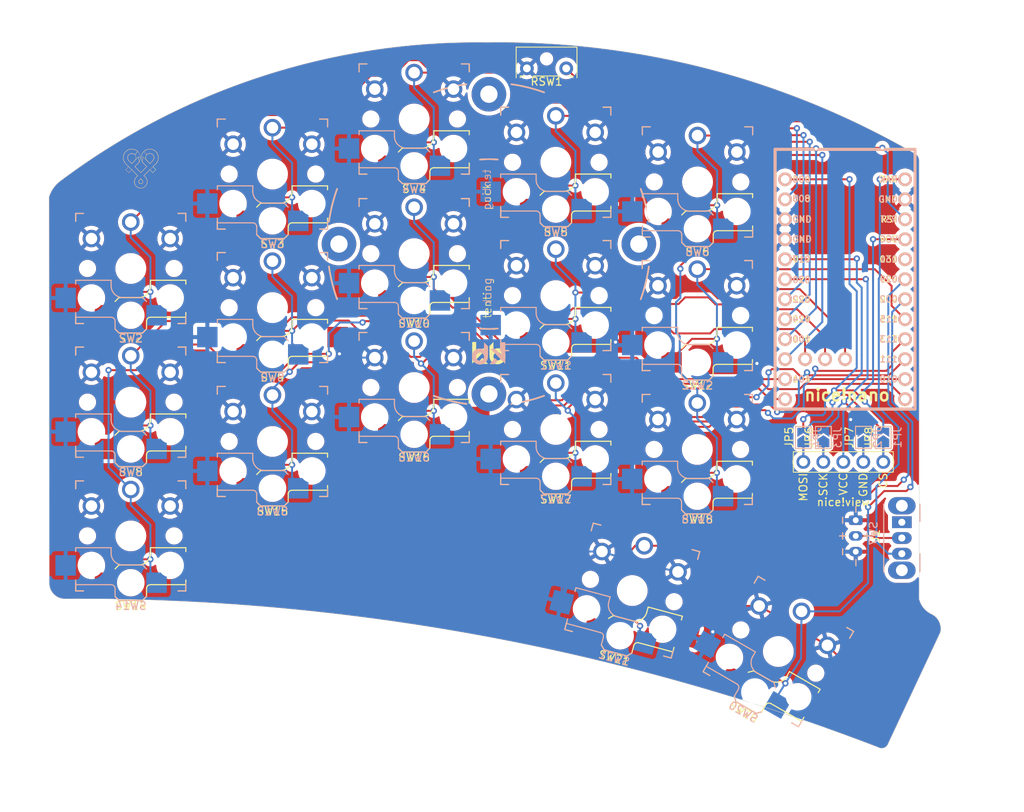
<source format=kicad_pcb>
(kicad_pcb (version 20221018) (generator pcbnew)
  (layers (0 "F.Cu" signal) (31 "B.Cu" signal) (34 "B.Paste" user) (35 "F.Paste" user) (36 "B.SilkS" user "B.Silkscreen") (37 "F.SilkS" user "F.Silkscreen") (38 "B.Mask" user) (39 "F.Mask" user) (44 "Edge.Cuts" user))
  (net 0 "")
  (net 1 "gnd")
  (net 2 "vcc")
  (net 3 "Net-(Display1-MOSI)")
  (net 4 "reset")
  (net 5 "Switch1")
  (net 6 "Switch2")
  (net 7 "Switch3")
  (net 8 "Switch4")
  (net 9 "Switch5")
  (net 10 "Switch6")
  (net 11 "Switch7")
  (net 12 "Switch8")
  (net 13 "Switch9")
  (net 14 "Switch10")
  (net 15 "Switch11")
  (net 16 "Switch12")
  (net 17 "Switch13")
  (net 18 "Switch14")
  (net 19 "Switch15")
  (net 20 "Switch16")
  (net 21 "Switch17")
  (net 22 "raw")
  (net 23 "mosi")
  (net 24 "sck")
  (net 25 "nv_cs")
  (net 26 "Net-(Display1-SCK)")
  (net 27 "Net-(Display1-GND)")
  (net 28 "Net-(Display1-CS)")
  (net 29 "Net-(J1-Pin_2)")
  (footprint "Keebio-Parts:SW_Tactile_SPST_Angled_MJTP1117-no-mount" (layer "F.Cu") (at 72.951865 15.867504)
    (fp_text reference "RSW1")
    (fp_text value "SW_Push")
  )
  (footprint "fingerpunch:Kailh_socket_PG1350_optional_reversible_millmax" (layer "F.Cu") (at 22.626865 41.305002 180)
    (fp_text reference "SW2")
    (fp_text value "SW_Push")
  )
  (footprint "fingerpunch:Kailh_socket_PG1350_optional_reversible_millmax" (layer "F.Cu") (at 40.626867 29.305002 180)
    (fp_text reference "SW3")
    (fp_text value "SW_Push")
  )
  (footprint "fingerpunch:Kailh_socket_PG1350_optional_reversible_millmax" (layer "F.Cu") (at 58.626864 22.305002 180)
    (fp_text reference "SW4")
    (fp_text value "SW_Push")
  )
  (footprint "fingerpunch:Kailh_socket_PG1350_optional_reversible_millmax" (layer "F.Cu") (at 76.626865 27.805003 180)
    (fp_text reference "SW5")
    (fp_text value "SW_Push")
  )
  (footprint "fingerpunch:Kailh_socket_PG1350_optional_reversible_millmax" (layer "F.Cu") (at 94.626863 30.305002 180)
    (fp_text reference "SW6")
    (fp_text value "SW_Push")
  )
  (footprint "fingerpunch:Kailh_socket_PG1350_optional_reversible_millmax" (layer "F.Cu") (at 22.626865 58.305002 180)
    (fp_text reference "SW8")
    (fp_text value "SW_Push")
  )
  (footprint "fingerpunch:Kailh_socket_PG1350_optional_reversible_millmax" (layer "F.Cu") (at 40.626867 46.279002 180)
    (fp_text reference "SW9")
    (fp_text value "SW_Push")
  )
  (footprint "fingerpunch:Kailh_socket_PG1350_optional_reversible_millmax" (layer "F.Cu") (at 58.626866 39.421002 180)
    (fp_text reference "SW10")
    (fp_text value "SW_Push")
  )
  (footprint "fingerpunch:Kailh_socket_PG1350_optional_reversible_millmax" (layer "F.Cu") (at 76.626867 44.755005 180)
    (fp_text reference "SW11")
    (fp_text value "SW_Push")
  )
  (footprint "fingerpunch:Kailh_socket_PG1350_optional_reversible_millmax" (layer "F.Cu") (at 94.606865 47.295002 180)
    (fp_text reference "SW12")
    (fp_text value "SW_Push")
  )
  (footprint "fingerpunch:Kailh_socket_PG1350_optional_reversible_millmax" (layer "F.Cu") (at 22.626865 75.304999 180)
    (fp_text reference "SW14")
    (fp_text value "SW_Push")
  )
  (footprint "fingerpunch:Kailh_socket_PG1350_optional_reversible_millmax" (layer "F.Cu") (at 40.626864 63.297001 180)
    (fp_text reference "SW15")
    (fp_text value "SW_Push")
  )
  (footprint "fingerpunch:Kailh_socket_PG1350_optional_reversible_millmax" (layer "F.Cu") (at 58.626863 56.439003 180)
    (fp_text reference "SW16")
    (fp_text value "SW_Push")
  )
  (footprint "fingerpunch:Kailh_socket_PG1350_optional_reversible_millmax" (layer "F.Cu") (at 76.626865 61.773005 180)
    (fp_text reference "SW17")
    (fp_text value "SW_Push")
  )
  (footprint "fingerpunch:Kailh_socket_PG1350_optional_reversible_millmax" (layer "F.Cu") (at 94.600519 64.313002 180)
    (fp_text reference "SW18")
    (fp_text value "SW_Push")
  )
  (footprint "fingerpunch:Kailh_socket_PG1350_optional_reversible_millmax" (layer "F.Cu") (at 104.896519 90.005002 150)
    (fp_text reference "SW20")
    (fp_text value "SW_Push")
  )
  (footprint "fingerpunch:Kailh_socket_PG1350_optional_reversible_millmax" (layer "F.Cu") (at 86.336519 82.255002 165)
    (fp_text reference "SW21")
    (fp_text value "SW_Push")
  )
  (footprint "kbd:Tenting_Puck2" (layer "F.Cu") (at 68.126866 38.205003)
    (fp_text reference "REF**")
    (fp_text value "Tenting Puck")
  )
  (footprint "fingerpunch:nice_nano" (layer "F.Cu") (at 113.376864 43.941752 -90)
    (fp_text reference "U1" hide)
    (fp_text value "nice_nano" hide)
  )
  (footprint "fingerpunch:fingerpunch-logo-small" (layer "F.Cu") (at 23.9 28.41)
    (fp_text reference "REF**")
    (fp_text value "fingerpunch-logo-small")
  )
  (footprint "Jumper:SolderJumper-2_P1.3mm_Open_TrianglePad1.0x1.5mm" (layer "F.Cu") (at 115.71 62.785 90)
    (fp_text reference "JP7")
    (fp_text value "Jumper_2_Open")
  )
  (footprint "Jumper:SolderJumper-2_P1.3mm_Open_TrianglePad1.0x1.5mm" (layer "F.Cu") (at 110.62 62.79 90)
    (fp_text reference "JP6")
    (fp_text value "Jumper_2_Open")
  )
  (footprint "fingerpunch:JST_PH_S3B-PH-K-keyboard" (layer "F.Cu") (at 114.733066 73.312291 -90)
    (fp_text reference "J1")
    (fp_text value "JST-BATTERY")
  )
  (footprint "Jumper:SolderJumper-2_P1.3mm_Open_TrianglePad1.0x1.5mm" (layer "F.Cu") (at 108.07 62.79 90)
    (fp_text reference "JP5")
    (fp_text value "Jumper_2_Open")
  )
  (footprint "Jumper:SolderJumper-2_P1.3mm_Open_TrianglePad1.0x1.5mm" (layer "F.Cu") (at 118.23 62.79 90)
    (fp_text reference "JP8")
    (fp_text value "Jumper_2_Open")
  )
  (footprint "fingerpunch:nice_view" (layer "F.Cu") (at 113.153066 49.422292)
    (fp_text reference "Display1")
    (fp_text value "nice!view")
  )
  (footprint "Jumper:SolderJumper-2_P1.3mm_Open_TrianglePad1.0x1.5mm" (layer "B.Cu") (at 115.71 62.79 90)
    (fp_text reference "JP2")
    (fp_text value "Jumper_2_Open")
  )
  (footprint "fingerpunch:SW_CuK_OS102011MA1QN1_SPDT_Angled" (layer "B.Cu") (at 120.59 73.57 -90)
    (fp_text reference "SW7")
    (fp_text value "SW_DPDT")
  )
  (footprint "Jumper:SolderJumper-2_P1.3mm_Open_TrianglePad1.0x1.5mm" (layer "B.Cu") (at 118.23 62.79 90)
    (fp_text reference "JP1")
    (fp_text value "Jumper_2_Open")
  )
  (footprint "Jumper:SolderJumper-2_P1.3mm_Open_TrianglePad1.0x1.5mm" (layer "B.Cu") (at 108.07 62.79 90)
    (fp_text reference "JP4")
    (fp_text value "Jumper_2_Open")
  )
  (footprint "Jumper:SolderJumper-2_P1.3mm_Open_TrianglePad1.0x1.5mm" (layer "B.Cu") (at 110.62 62.79 90)
    (fp_text reference "JP3")
    (fp_text value "Jumper_2_Open")
  )
  (footprint "fingerpunch:fingerpunch-logo-small" (layer "B.Cu") (at 23.9 28.41 180)
    (fp_text reference "REF**")
    (fp_text value "fingerpunch-logo-small")
  )
  (gr_line (start 12.236918 32.201707) (end 12.277117 81.470026) (stroke (width 0.05)) (layer "Edge.Cuts"))
  (gr_arc (start 122.426865 26.805003) (mid 122.69678 27.166844) (end 122.788866 27.608776) (stroke (width 0.05)) (layer "Edge.Cuts"))
  (gr_arc (start 12.236918 32.201707) (mid 12.793791 31.083887) (end 13.66386 30.188003) (stroke (width 0.05)) (layer "Edge.Cuts"))
  (gr_arc (start 67.926867 12.562511) (mid 96.148266 15.966621) (end 122.426865 26.805003) (stroke (width 0.05)) (layer "Edge.Cuts"))
  (gr_arc (start 14.314865 83.306125) (mid 66.82892 87.930658) (end 117.582657 102.184444) (stroke (width 0.05)) (layer "Edge.Cuts"))
  (gr_arc (start 14.314865 83.306125) (mid 12.927435 82.797108) (end 12.277117 81.470026) (stroke (width 0.05)) (layer "Edge.Cuts"))
  (gr_line (start 122.788866 27.608776) (end 122.788865 83.305002) (stroke (width 0.05)) (layer "Edge.Cuts"))
  (gr_arc (start 13.66386 30.188003) (mid 39.328422 16.859032) (end 67.926867 12.562511) (stroke (width 0.05)) (layer "Edge.Cuts"))
  (gr_arc (start 118.789484 101.850237) (mid 118.256353 102.271132) (end 117.582657 102.184444) (stroke (width 0.05)) (layer "Edge.Cuts"))
  (gr_line (start 125.47988 87.577163) (end 118.789484 101.850237) (stroke (width 0.05)) (layer "Edge.Cuts"))
  (gr_arc (start 124.32988 85.227164) (mid 123.343266 84.439338) (end 122.788865 83.305002) (stroke (width 0.05)) (layer "Edge.Cuts"))
  (gr_arc (start 124.32988 85.227164) (mid 125.328418 86.1949) (end 125.47988 87.577163) (stroke (width 0.05)) (layer "Edge.Cuts"))
  (segment (start 114.09 60.51) (end 112.175 60.51) (width 0.25) (layer "F.Cu") (net 1))
  (segment (start 112.55 93.43) (end 110.187879 97.390097) (width 0.25) (layer "F.Cu") (net 1))
  (segment (start 111.126646 89.214105) (end 112.55 90.637459) (width 0.25) (layer "F.Cu") (net 1))
  (segment (start 112.175 60.51) (end 110.62 62.065) (width 0.25) (layer "F.Cu") (net 1))
  (segment (start 99.848587 84.214105) (end 96.56919 87.493502) (width 0.25) (layer "F.Cu") (net 1))
  (segment (start 102.881865 52.678135) (end 102.881865 51.045002) (width 0.25) (layer "F.Cu") (net 1))
  (segment (start 102.466392 84.214105) (end 99.848587 84.214105) (width 0.25) (layer "F.Cu") (net 1))
  (segment (start 84.21 50.67) (end 84.21 49.196872) (width 0.25) (layer "F.Cu") (net 1))
  (segment (start 96.56919 87.493502) (end 96.043741 88.018951) (width 0.25) (layer "F.Cu") (net 1))
  (segment (start 102.466392 84.214105) (end 108.6 87.75) (width 0.25) (layer "F.Cu") (net 1))
  (segment (start 49.14 52.16) (end 49.14 50.267135) (width 0.25) (layer "F.Cu") (net 1))
  (segment (start 112.55 90.637459) (end 112.55 93.43) (width 0.25) (layer "F.Cu") (net 1))
  (segment (start 108.6 87.75) (end 111.126646 89.214105) (width 0.25) (layer "F.Cu") (net 1))
  (segment (start 102.18 53.38) (end 102.881865 52.678135) (width 0.25) (layer "F.Cu") (net 1))
  (segment (start 84.21 49.196872) (end 84.901867 48.505005) (width 0.25) (layer "F.Cu") (net 1))
  (segment (start 49.14 50.267135) (end 48.901867 50.029002) (width 0.25) (layer "F.Cu") (net 1))
  (segment (start 96.043741 88.018951) (end 93.358984 88.018951) (width 0.25) (layer "F.Cu") (net 1))
  (via (at 96.56919 87.493502) (size 0.8) (drill 0.4) (layers "F.Cu" "B.Cu") (net 1))
  (via (at 49.14 52.16) (size 0.8) (drill 0.4) (layers "F.Cu" "B.Cu") (net 1))
  (via (at 114.09 60.51) (size 0.8) (drill 0.4) (layers "F.Cu" "B.Cu") (net 1))
  (via (at 102.18 53.38) (size 0.8) (drill 0.4) (layers "F.Cu" "B.Cu") (net 1))
  (via (at 84.21 50.67) (size 0.8) (drill 0.4) (layers "F.Cu" "B.Cu") (net 1))
  (segment (start 102.19 53.37) (end 102.18 53.38) (width 0.25) (layer "B.Cu") (net 1))
  (segment (start 86.35 78.56) (end 92.149661 79.878579) (width 0.25) (layer "B.Cu") (net 1))
  (segment (start 96.708361 89.983152) (end 96.157665 89.029322) (width 0.25) (layer "B.Cu") (net 1))
  (segment (start 102.19 46.078137) (end 102.19 51.94) (width 0.25) (layer "B.Cu") (net 1))
  (segment (start 96.549468 90.576145) (end 96.708361 89.983152) (width 0.25) (layer "B.Cu") (net 1))
  (segment (start 82.490402 77.290389) (end 80.419611 77.290389) (width 0.25) (layer "B.Cu") (net 1))
  (segment (start 115.645 62.065) (end 114.09 60.51) (width 0.25) (layer "B.Cu") (net 1))
  (segment (start 82.490402 77.290389) (end 86.35 78.56) (width 0.25) (layer "B.Cu") (net 1))
  (segment (start 49.619003 52.639003) (end 49.14 52.16) (width 0.25) (layer "B.Cu") (net 1))
  (segment (start 96.56919 84.298108) (end 96.56919 87.493502) (width 0.25) (layer "B.Cu") (net 1))
  (segment (start 80.419611 77.290389) (end 77.372911 80.337089) (width 0.25) (layer "B.Cu") (net 1))
  (segment (start 115.71 62.065) (end 115.645 62.065) (width 0.25) (layer "B.Cu") (net 1))
  (segment (start 84.585002 51.045002) (end 84.21 50.67) (width 0.25) (layer "B.Cu") (net 1))
  (segment (start 86.331865 51.045002) (end 84.585002 51.045002) (width 0.25) (layer "B.Cu") (net 1))
  (segment (start 96.157665 89.029322) (end 96.56919 87.493502) (width 0.25) (layer "B.Cu") (net 1))
  (segment (start 99.606865 43.495002) (end 102.19 46.078137) (width 0.25) (layer "B.Cu") (net 1))
  (segment (start 53.626863 52.639003) (end 49.619003 52.639003) (width 0.25) (layer "B.Cu") (net 1))
  (segment (start 92.149661 79.878579) (end 96.56919 84.298108) (width 0.25) (layer "B.Cu") (net 1))
  (segment (start 77.372911 80.337089) (end 77.372911 83.735496) (width 0.25) (layer "B.Cu") (net 1))
  (segment (start 102.19 51.94) (end 102.19 53.37) (width 0.25) (layer "B.Cu") (net 1))
  (segment (start 116.931752 37.591752) (end 120.996864 37.591752) (width 0.25) (layer "F.Cu") (net 2))
  (via (at 116.931752 37.591752) (size 0.8) (drill 0.4) (layers "F.Cu" "B.Cu") (net 2))
  (segment (start 113.153066 65.902292) (end 113.153066 59.476934) (width 0.25) (layer "B.Cu") (net 2))
  (segment (start 116.931752 55.698248) (end 116.931752 37.591752) (width 0.25) (layer "B.Cu") (net 2))
  (segment (start 113.153066 59.476934) (end 116.931752 55.698248) (width 0.25) (layer "B.Cu") (net 2))
  (segment (start 108.073066 63.518066) (end 108.07 63.515) (width 0.25) (layer "F.Cu") (net 3))
  (segment (start 108.073066 65.902292) (end 108.073066 63.518066) (width 0.25) (layer "F.Cu") (net 3))
  (segment (start 108.073066 65.902292) (end 108.073066 63.518066) (width 0.25) (layer "B.Cu") (net 3))
  (segment (start 108.073066 63.518066) (end 108.07 63.515) (width 0.25) (layer "B.Cu") (net 3))
  (segment (start 77.951864 15.867505) (end 80.84642 18.76206) (width 0.25) (layer "F.Cu") (net 4))
  (segment (start 118.113067 25.972291) (end 111.173159 25.972291) (width 0.25) (layer "F.Cu") (net 4))
  (segment (start 104.122928 22.59206) (end 100.292929 18.76206) (width 0.25) (layer "F.Cu") (net 4))
  (segment (start 111.173159 25.972291) (end 107.792928 22.59206) (width 0.25) (layer "F.Cu") (net 4))
  (segment (start 107.792928 22.59206) (end 104.122928 22.59206) (width 0.25) (layer "F.Cu") (net 4))
  (segment (start 80.84642 18.76206) (end 100.292929 18.76206) (width 0.25) (layer "F.Cu") (net 4))
  (via (at 118.113067 25.972291) (size 0.8) (drill 0.4) (layers "F.Cu" "B.Cu") (net 4))
  (segment (start 120.996864 35.051752) (end 118.8 32.854888) (width 0.25) (layer "B.Cu") (net 4))
  (segment (start 118.8 26.659224) (end 118.113067 25.972291) (width 0.25) (layer "B.Cu") (net 4))
  (segment (start 118.8 32.854888) (end 118.8 26.659224) (width 0.25) (layer "B.Cu") (net 4))
  (segment (start 59.642928 14.02206) (end 57.642929 14.02206) (width 0.25) (layer "F.Cu") (net 5))
  (segment (start 78.222929 18.60206) (end 73.352929 18.60206) (width 0.25) (layer "F.Cu") (net 5))
  (segment (start 79.172928 19.552061) (end 78.222929 18.60206) (width 0.25) (layer "F.Cu") (net 5))
  (segment (start 69.642928 14.89206) (end 60.512927 14.89206) (width 0.25) (layer "F.Cu") (net 5))
  (segment (start 57.642929 14.02206) (end 55.562929 16.10206) (width 0.25) (layer "F.Cu") (net 5))
  (segment (start 21.949267 44.27958) (end 25.119267 44.27958) (width 0.25) (layer "F.Cu") (net 5))
  (segment (start 73.352929 18.60206) (end 69.642928 14.89206) (width 0.25) (layer "F.Cu") (net 5))
  (segment (start 99.762929 19.552061) (end 79.172928 19.552061) (width 0.25) (layer "F.Cu") (net 5))
  (segment (start 60.512927 14.89206) (end 59.642928 14.02206) (width 0.25) (layer "F.Cu") (net 5))
  (segment (start 52.552928 16.102061) (end 46.852928 21.80206) (width 0.25) (layer "F.Cu") (net 5))
  (segment (start 103.692929 23.482059) (end 99.762929 19.552061) (width 0.25) (layer "F.Cu") (net 5))
  (segment (start 107.252928 23.48206) (end 103.692929 23.482059) (width 0.25) (layer "F.Cu") (net 5))
  (segment (start 55.562929 16.10206) (end 52.552928 16.102061) (width 0.25) (layer "F.Cu") (net 5))
  (segment (start 33.069808 24.96206) (end 22.626866 35.405002) (width 0.25) (layer "F.Cu") (net 5))
  (segment (start 33.812929 24.96206) (end 33.069808 24.96206) (width 0.25) (layer "F.Cu") (net 5))
  (segment (start 46.852928 21.80206) (end 36.972928 21.80206) (width 0.25) (layer "F.Cu") (net 5))
  (segment (start 19.348066 47.262291) (end 19.348067 46.880784) (width 0.25) (layer "F.Cu") (net 5))
  (segment (start 19.348067 46.880784) (end 21.949267 44.27958) (width 0.25) (layer "F.Cu") (net 5))
  (segment (start 36.972928 21.80206) (end 33.812929 24.96206) (width 0.25) (layer "F.Cu") (net 5))
  (via (at 107.252928 23.48206) (size 0.8) (drill 0.4) (layers "F.Cu" "B.Cu") (net 5))
  (via (at 25.119267 44.27958) (size 0.8) (drill 0.4) (layers "F.Cu" "B.Cu") (net 5))
  (segment (start 25.898064 46.648378) (end 25.119268 45.869581) (width 0.25) (layer "B.Cu") (net 5))
  (segment (start 25.898067 47.26229) (end 25.898064 46.648378) (width 0.25) (layer "B.Cu") (net 5))
  (segment (start 22.623066 37.38338) (end 22.623065 35.412291) (width 0.25) (layer "B.Cu") (net 5))
  (segment (start 107.252928 31.015688) (end 107.252928 30.877072) (width 0.25) (layer "B.Cu") (net 5))
  (segment (start 25.119269 39.879581) (end 22.623066 37.38338) (width 0.25) (layer "B.Cu") (net 5))
  (segment (start 25.119268 45.869581) (end 25.119267 44.27958) (width 0.25) (layer "B.Cu") (net 5))
  (segment (start 105.756864 32.511752) (end 107.252928 31.015688) (width 0.25) (layer "B.Cu") (net 5))
  (segment (start 25.119267 44.27958) (end 25.119269 39.879581) (width 0.25) (layer "B.Cu") (net 5))
  (segment (start 107.252928 30.877072) (end 107.252928 23.48206) (width 0.25) (layer "B.Cu") (net 5))
  (segment (start 55.952928 16.81206) (end 53.102929 16.81206) (width 0.25) (layer "F.Cu") (net 6))
  (segment (start 77.762928 19.38206) (end 73.252929 19.38206) (width 0.25) (layer "F.Cu") (net 6))
  (segment (start 53.102929 16.81206) (end 46.509986 23.405001) (width 0.25) (layer "F.Cu") (net 6))
  (segment (start 59.282928 14.832061) (end 57.932929 14.83206) (width 0.25) (layer "F.Cu") (net 6))
  (segment (start 57.932929 14.83206) (end 55.952928 16.81206) (width 0.25) (layer "F.Cu") (net 6))
  (segment (start 37.348067 35.252291) (end 37.348067 34.870783) (width 0.25) (layer "F.Cu") (net 6))
  (segment (start 37.348067 34.870783) (end 39.949267 32.269579) (width 0.25) (layer "F.Cu") (net 6))
  (segment (start 103.322928 24.36206) (end 99.242928 20.282059) (width 0.25) (layer "F.Cu") (net 6))
  (segment (start 69.562928 15.69206) (end 60.142928 15.692059) (width 0.25) (layer "F.Cu") (net 6))
  (segment (start 73.252929 19.38206) (end 69.562928 15.69206) (width 0.25) (layer "F.Cu") (net 6))
  (segment (start 99.242928 20.282059) (end 78.662928 20.28206) (width 0.25) (layer "F.Cu") (net 6))
  (segment (start 78.662928 20.28206) (end 77.762928 19.38206) (width 0.25) (layer "F.Cu") (net 6))
  (segment (start 46.509986 23.405001) (end 40.626867 23.405003) (width 0.25) (layer "F.Cu") (net 6))
  (segment (start 108.092929 24.36206) (end 103.322928 24.36206) (width 0.25) (layer "F.Cu") (net 6))
  (segment (start 60.142928 15.692059) (end 59.282928 14.832061) (width 0.25) (layer "F.Cu") (net 6))
  (segment (start 39.949267 32.269579) (end 43.119268 32.269579) (width 0.25) (layer "F.Cu") (net 6))
  (via (at 43.119268 32.269579) (size 0.8) (drill 0.4) (layers "F.Cu" "B.Cu") (net 6))
  (via (at 108.092929 24.36206) (size 0.8) (drill 0.4) (layers "F.Cu" "B.Cu") (net 6))
  (segment (start 43.898065 35.25229) (end 43.898067 34.638379) (width 0.25) (layer "B.Cu") (net 6))
  (segment (start 43.898067 34.638379) (end 43.119269 33.859582) (width 0.25) (layer "B.Cu") (net 6))
  (segment (start 43.119268 32.269579) (end 43.119269 27.869581) (width 0.25) (layer "B.Cu") (net 6))
  (segment (start 105.756864 45.211752) (end 108.092928 42.875688) (width 0.25) (layer "B.Cu") (net 6))
  (segment (start 43.119269 27.869581) (end 40.623065 25.37338) (width 0.25) (layer "B.Cu") (net 6))
  (segment (start 40.623065 25.37338) (end 40.623066 23.402292) (width 0.25) (layer "B.Cu") (net 6))
  (segment (start 43.119269 33.859582) (end 43.119268 32.269579) (width 0.25) (layer "B.Cu") (net 6))
  (segment (start 108.092928 42.875688) (end 108.092929 24.36206) (width 0.25) (layer "B.Cu") (net 6))
  (segment (start 102.982929 25.20206) (end 98.862929 21.08206) (width 0.25) (layer "F.Cu") (net 7))
  (segment (start 77.272928 20.22206) (end 73.252928 20.22206) (width 0.25) (layer "F.Cu") (net 7))
  (segment (start 55.351864 28.255002) (end 55.351864 27.873493) (width 0.25) (layer "F.Cu") (net 7))
  (segment (start 108.882928 25.202061) (end 102.982929 25.20206) (width 0.25) (layer "F.Cu") (net 7))
  (segment (start 69.43587 16.405002) (end 58.626865 16.405003) (width 0.25) (layer "F.Cu") (net 7))
  (segment (start 57.953067 25.272291) (end 61.123066 25.272293) (width 0.25) (layer "F.Cu") (net 7))
  (segment (start 55.351864 27.873493) (end 57.953067 25.272291) (width 0.25) (layer "F.Cu") (net 7))
  (segment (start 73.252928 20.22206) (end 69.43587 16.405002) (width 0.25) (layer "F.Cu") (net 7))
  (segment (start 78.132928 21.08206) (end 77.272928 20.22206) (width 0.25) (layer "F.Cu") (net 7))
  (segment (start 98.862929 21.08206) (end 78.132928 21.08206) (width 0.25) (layer "F.Cu") (net 7))
  (via (at 61.123066 25.272293) (size 0.8) (drill 0.4) (layers "F.Cu" "B.Cu") (net 7))
  (via (at 108.882928 25.202061) (size 0.8) (drill 0.4) (layers "F.Cu" "B.Cu") (net 7))
  (segment (start 61.901864 27.641087) (end 61.123066 26.862292) (width 0.25) (layer "B.Cu") (net 7))
  (segment (start 61.123067 20.872291) (end 58.626864 18.37609) (width 0.25) (layer "B.Cu") (net 7))
  (segment (start 61.901865 28.255002) (end 61.901864 27.641087) (width 0.25) (layer "B.Cu") (net 7))
  (segment (start 105.756864 47.751753) (end 108.882928 44.625689) (width 0.25) (layer "B.Cu") (net 7))
  (segment (start 61.123066 25.272293) (end 61.123067 20.872291) (width 0.25) (layer "B.Cu") (net 7))
  (segment (start 61.123066 26.862292) (end 61.123066 25.272293) (width 0.25) (layer "B.Cu") (net 7))
  (segment (start 58.626864 18.37609) (end 58.626864 16.405002) (width 0.25) (layer "B.Cu") (net 7))
  (segment (start 108.882928 44.625689) (end 108.882928 25.202061) (width 0.25) (layer "B.Cu") (net 7))
  (segment (start 98.525871 21.905003) (end 76.626865 21.905003) (width 0.25) (layer "F.Cu") (net 8))
  (segment (start 75.948278 30.768057) (end 79.118278 30.768056) (width 0.25) (layer "F.Cu") (net 8))
  (segment (start 73.347077 33.369259) (end 75.948278 30.768057) (width 0.25) (layer "F.Cu") (net 8))
  (segment (start 102.662928 26.042061) (end 98.525871 21.905003) (width 0.25) (layer "F.Cu") (net 8))
  (segment (start 73.347077 33.75077) (end 73.347077 33.369259) (width 0.25) (layer "F.Cu") (net 8))
  (segment (start 109.692929 26.04206) (end 102.662928 26.042061) (width 0.25) (layer "F.Cu") (net 8))
  (via (at 79.118278 30.768056) (size 0.8) (drill 0.4) (layers "F.Cu" "B.Cu") (net 8))
  (via (at 109.692929 26.04206) (size 0.8) (drill 0.4) (layers "F.Cu" "B.Cu") (net 8))
  (segment (start 79.118279 26.368057) (end 76.622078 23.871856) (width 0.25) (layer "B.Cu") (net 8))
  (segment (start 109.692928 46.355688) (end 109.692929 26.04206) (width 0.25) (layer "B.Cu") (net 8))
  (segment (start 105.756864 50.291752) (end 109.692928 46.355688) (width 0.25) (layer "B.Cu") (net 8))
  (segment (start 79.897077 33.750768) (end 79.897076 33.136856) (width 0.25) (layer "B.Cu") (net 8))
  (segment (start 79.897076 33.136856) (end 79.118279 32.358056) (width 0.25) (layer "B.Cu") (net 8))
  (segment (start 79.118278 30.768056) (end 79.118279 26.368057) (width 0.25) (layer "B.Cu") (net 8))
  (segment (start 79.118279 32.358056) (end 79.118278 30.768056) (width 0.25) (layer "B.Cu") (net 8))
  (segment (start 76.622078 23.871856) (end 76.622078 21.900768) (width 0.25) (layer "B.Cu") (net 8))
  (segment (start 91.347215 36.25142) (end 91.347215 35.869911) (width 0.25) (layer "F.Cu") (net 9))
  (segment (start 99.96587 24.405002) (end 94.626864 24.405002) (width 0.25) (layer "F.Cu") (net 9))
  (segment (start 102.442928 26.882061) (end 99.96587 24.405002) (width 0.25) (layer "F.Cu") (net 9))
  (segment (start 110.482928 26.88206) (end 102.442928 26.882061) (width 0.25) (layer "F.Cu") (net 9))
  (segment (start 93.948416 33.268708) (end 97.118416 33.268709) (width 0.25) (layer "F.Cu") (net 9))
  (segment (start 91.347215 35.869911) (end 93.948416 33.268708) (width 0.25) (layer "F.Cu") (net 9))
  (via (at 97.118416 33.268709) (size 0.8) (drill 0.4) (layers "F.Cu" "B.Cu") (net 9))
  (via (at 110.482928 26.88206) (size 0.8) (drill 0.4) (layers "F.Cu" "B.Cu") (net 9))
  (segment (start 97.118416 33.268709) (end 97.118418 28.868709) (width 0.25) (layer "B.Cu") (net 9))
  (segment (start 97.897216 35.637507) (end 97.118417 34.85871) (width 0.25) (layer "B.Cu") (net 9))
  (segment (start 97.897215 36.251421) (end 97.897216 35.637507) (width 0.25) (layer "B.Cu") (net 9))
  (segment (start 94.622215 26.372507) (end 94.622215 24.40142) (width 0.25) (layer "B.Cu") (net 9))
  (segment (start 97.118417 34.85871) (end 97.118416 33.268709) (width 0.25) (layer "B.Cu") (net 9))
  (segment (start 97.118418 28.868709) (end 94.622215 26.372507) (width 0.25) (layer "B.Cu") (net 9))
  (segment (start 105.756864 52.831753) (end 110.482929 48.105688) (width 0.25) (layer "B.Cu") (net 9))
  (segment (start 110.482929 48.105688) (end 110.482928 26.88206) (width 0.25) (layer "B.Cu") (net 9))
  (segment (start 42.032928 48.56206) (end 37.722928 48.56206) (width 0.25) (layer "F.Cu") (net 10))
  (segment (start 37.152929 47.99206) (end 27.122928 47.992061) (width 0.25) (layer "F.Cu") (net 10))
  (segment (start 19.348066 63.870783) (end 21.949268 61.26958) (width 0.25) (layer "F.Cu") (net 10))
  (segment (start 37.722928 48.56206) (end 37.152929 47.99206) (width 0.25) (layer "F.Cu") (net 10))
  (segment (start 105.756865 55.371752) (end 89.582621 55.371752) (width 0.25) (layer "F.Cu") (net 10))
  (segment (start 71.642929 52.652061) (end 66.302928 47.31206) (width 0.25) (layer "F.Cu") (net 10))
  (segment (start 19.348066 64.252291) (end 19.348066 63.870783) (width 0.25) (layer "F.Cu") (net 10))
  (segment (start 86.862928 52.65206) (end 71.642929 52.652061) (width 0.25) (layer "F.Cu") (net 10))
  (segment (start 47.270566 47.504423) (end 45.445291 47.504424) (width 0.25) (layer "F.Cu") (net 10))
  (segment (start 66.302928 47.31206) (end 47.462928 47.31206) (width 0.25) (layer "F.Cu") (net 10))
  (segment (start 22.709986 52.405002) (end 22.626865 52.405002) (width 0.25) (layer "F.Cu") (net 10))
  (segment (start 45.442928 47.50206) (end 43.092928 47.502061) (width 0.25) (layer "F.Cu") (net 10))
  (segment (start 21.949268 61.26958) (end 25.119269 61.26958) (width 0.25) (layer "F.Cu") (net 10))
  (segment (start 45.445291 47.504424) (end 45.442928 47.50206) (width 0.25) (layer "F.Cu") (net 10))
  (segment (start 43.092928 47.502061) (end 42.032928 48.56206) (width 0.25) (layer "F.Cu") (net 10))
  (segment (start 89.582621 55.371752) (end 86.862928 52.65206) (width 0.25) (layer "F.Cu") (net 10))
  (segment (start 47.462928 47.31206) (end 47.270566 47.504423) (width 0.25) (layer "F.Cu") (net 10))
  (segment (start 27.122928 47.992061) (end 22.709986 52.405002) (width 0.25) (layer "F.Cu") (net 10))
  (via (at 25.119269 61.26958) (size 0.8) (drill 0.4) (layers "F.Cu" "B.Cu") (net 10))
  (segment (start 22.623067 54.373378) (end 22.623066 52.402292) (width 0.25) (layer "B.Cu") (net 10))
  (segment (start 25.119269 62.859579) (end 25.119269 61.26958) (width 0.25) (layer "B.Cu") (net 10))
  (segment (start 25.898066 63.638379) (end 25.119269 62.859579) (width 0.25) (layer "B.Cu") (net 10))
  (segment (start 25.898065 64.25229) (end 25.898066 63.638379) (width 0.25) (layer "B.Cu") (net 10))
  (segment (start 25.119269 61.26958) (end 25.119268 56.869581) (width 0.25) (layer "B.Cu") (net 10))
  (segment (start 25.119268 56.869581) (end 22.623067 54.373378) (width 0.25) (layer "B.Cu") (net 10))
  (segment (start 44.215362 48.14206) (end 43.118851 49.23857) (width 0.25) (layer "F.Cu") (net 11))
  (segment (start 53.102928 48.69206) (end 52.622929 49.17206) (width 0.25) (layer "F.Cu") (net 11))
  (segment (start 37.34765 51.839773) (end 39.948851 49.238571) (width 0.25) (layer "F.Cu") (net 11))
  (segment (start 47.692929 47.93206) (end 47.482928 48.142061) (width 0.25) (layer "F.Cu") (net 11))
  (segment (start 50.302929 47.93206) (end 47.692929 47.93206) (width 0.25) (layer "F.Cu") (net 11))
  (segment (start 103.77262 57.911752) (end 102.422928 56.56206) (width 0.25) (layer "F.Cu") (net 11))
  (segment (start 51.542929 49.172061) (end 50.302929 47.93206) (width 0.25) (layer "F.Cu") (net 11))
  (segment (start 39.948851 49.238571) (end 43.118851 49.23857) (width 0.25) (layer "F.Cu") (net 11))
  (segment (start 47.482928 48.142061) (end 44.215362 48.14206) (width 0.25) (layer "F.Cu") (net 11))
  (segment (start 52.622929 49.17206) (end 51.542929 49.172061) (width 0.25) (layer "F.Cu") (net 11))
  (segment (start 102.422928 56.56206) (end 89.002929 56.56206) (width 0.25) (layer "F.Cu") (net 11))
  (segment (start 86.392928 53.952061) (end 70.942928 53.95206) (width 0.25) (layer "F.Cu") (net 11))
  (segment (start 65.682929 48.69206) (end 53.102928 48.69206) (width 0.25) (layer "F.Cu") (net 11))
  (segment (start 89.002929 56.56206) (end 86.392928 53.952061) (width 0.25) (layer "F.Cu") (net 11))
  (segment (start 70.942928 53.95206) (end 65.682929 48.69206) (width 0.25) (layer "F.Cu") (net 11))
  (segment (start 37.347651 52.221282) (end 37.34765 51.839773) (width 0.25) (layer "F.Cu") (net 11))
  (segment (start 105.756864 57.911752) (end 103.77262 57.911752) (width 0.25) (layer "F.Cu") (net 11))
  (via (at 43.118851 49.23857) (size 0.8) (drill 0.4) (layers "F.Cu" "B.Cu") (net 11))
  (segment (start 43.897649 51.60737) (end 43.118851 50.828571) (width 0.25) (layer "B.Cu") (net 11))
  (segment (start 43.118852 44.838571) (end 40.62265 42.34237) (width 0.25) (layer "B.Cu") (net 11))
  (segment (start 40.62265 42.34237) (end 40.62265 40.371282) (width 0.25) (layer "B.Cu") (net 11))
  (segment (start 43.118851 49.23857) (end 43.118852 44.838571) (width 0.25) (layer "B.Cu") (net 11))
  (segment (start 43.89765 52.221283) (end 43.897649 51.60737) (width 0.25) (layer "B.Cu") (net 11))
  (segment (start 43.118851 50.828571) (end 43.118851 49.23857) (width 0.25) (layer "B.Cu") (net 11))
  (segment (start 74.412928 47.00206) (end 73.692929 46.28206) (width 0.25) (layer "F.Cu") (net 12))
  (segment (start 96.232928 49.56206) (end 91.612929 49.56206) (width 0.25) (layer "F.Cu") (net 12))
  (segment (start 108.296864 52.831751) (end 108.296864 50.405997) (width 0.25) (layer "F.Cu") (net 12))
  (segment (start 88.652929 48.90206) (end 86.142929 46.39206) (width 0.25) (layer "F.Cu") (net 12))
  (segment (start 91.612929 49.56206) (end 90.952928 48.90206) (width 0.25) (layer "F.Cu") (net 12))
  (segment (start 90.952928 48.90206) (end 88.652929 48.90206) (width 0.25) (layer "F.Cu") (net 12))
  (segment (start 78.152929 47.00206) (end 74.412928 47.00206) (width 0.25) (layer "F.Cu") (net 12))
  (segment (start 73.692929 46.28206) (end 63.512929 46.28206) (width 0.25) (layer "F.Cu") (net 12))
  (segment (start 63.512929 46.28206) (end 61.119267 43.888399) (width 0.25) (layer "F.Cu") (net 12))
  (segment (start 55.348066 44.990782) (end 57.949268 42.38958) (width 0.25) (layer "F.Cu") (net 12))
  (segment (start 108.296864 50.405997) (end 106.902929 49.01206) (width 0.25) (layer "F.Cu") (net 12))
  (segment (start 55.348065 45.372292) (end 55.348066 44.990782) (width 0.25) (layer "F.Cu") (net 12))
  (segment (start 61.119267 43.888399) (end 61.119268 42.38958) (width 0.25) (layer "F.Cu") (net 12))
  (segment (start 78.762928 46.39206) (end 78.152929 47.00206) (width 0.25) (layer "F.Cu") (net 12))
  (segment (start 106.902929 49.01206) (end 96.782929 49.01206) (width 0.25) (layer "F.Cu") (net 12))
  (segment (start 57.949268 42.38958) (end 61.119268 42.38958) (width 0.25) (layer "F.Cu") (net 12))
  (segment (start 96.782929 49.01206) (end 96.232928 49.56206) (width 0.25) (layer "F.Cu") (net 12))
  (segment (start 86.142929 46.39206) (end 78.762928 46.39206) (width 0.25) (layer "F.Cu") (net 12))
  (via (at 61.119268 42.38958) (size 0.8) (drill 0.4) (layers "F.Cu" "B.Cu") (net 12))
  (segment (start 61.898065 44.758379) (end 61.119267 43.97958) (width 0.25) (layer "B.Cu") (net 12))
  (segment (start 58.623066 35.493378) (end 58.623066 33.522291) (width 0.25) (layer "B.Cu") (net 12))
  (segment (start 61.119268 42.38958) (end 61.119268 37.98958) (width 0.25) (layer "B.Cu") (net 12))
  (segment (start 61.119268 37.98958) (end 58.623066 35.493378) (width 0.25) (layer "B.Cu") (net 12))
  (segment (start 61.898067 45.372292) (end 61.898065 44.758379) (width 0.25) (layer "B.Cu") (net 12))
  (segment (start 61.119267 43.97958) (end 61.119268 42.38958) (width 0.25) (layer "B.Cu") (net 12))
  (segment (start 96.012928 44.98206) (end 93.052929 44.98206) (width 0.25) (layer "F.Cu") (net 13))
  (segment (start 93.052929 44.98206) (end 92.212928 45.82206) (width 0.25) (layer "F.Cu") (net 13))
  (segment (start 83.272928 43.29206) (end 81.382928 43.292061) (width 0.25) (layer "F.Cu") (net 13))
  (segment (start 80.309255 44.365734) (end 79.119254 44.365734) (width 0.25) (layer "F.Cu") (net 13))
  (segment (start 101.832929 45.87206) (end 96.902927 45.872061) (width 0.25) (layer "F.Cu") (net 13))
  (segment (start 73.348052 50.702283) (end 73.348052 50.320775) (width 0.25) (layer "F.Cu") (net 13))
  (segment (start 96.902927 45.872061) (end 96.012928 44.98206) (width 0.25) (layer "F.Cu") (net 13))
  (segment (start 102.452928 46.49206) (end 101.832929 45.87206) (width 0.25) (layer "F.Cu") (net 13))
  (segment (start 81.382928 43.292061) (end 80.309255 44.365734) (width 0.25) (layer "F.Cu") (net 13))
  (segment (start 75.949253 47.719573) (end 79.119254 47.719574) (width 0.25) (layer "F.Cu") (net 13))
  (segment (start 110.836864 52.831752) (end 110.836864 50.035996) (width 0.25) (layer "F.Cu") (net 13))
  (segment (start 92.212928 45.82206) (end 85.802928 45.822061) (width 0.25) (layer "F.Cu") (net 13))
  (segment (start 107.292928 46.49206) (end 102.452928 46.49206) (width 0.25) (layer "F.Cu") (net 13))
  (segment (start 73.348052 50.320775) (end 75.949253 47.719573) (width 0.25) (layer "F.Cu") (net 13))
  (segment (start 110.836864 50.035996) (end 107.292928 46.49206) (width 0.25) (layer "F.Cu") (net 13))
  (segment (start 85.802928 45.822061) (end 83.272928 43.29206) (width 0.25) (layer "F.Cu") (net 13))
  (via (at 79.119254 44.365734) (size 0.8) (drill 0.4) (layers "F.Cu" "B.Cu") (net 13))
  (via (at 79.119254 47.719574) (size 0.8) (drill 0.4) (layers "F.Cu" "B.Cu") (net 13))
  (segment (start 76.623051 40.82337) (end 76.623052 38.852285) (width 0.25) (layer "B.Cu") (net 13))
  (segment (start 79.898052 50.088371) (end 79.119253 49.309573) (width 0.25) (layer "B.Cu") (net 13))
  (segment (start 79.119254 47.719574) (end 79.119254 44.365734) (width 0.25) (layer "B.Cu") (net 13))
  (segment (start 79.898053 50.702286) (end 79.898052 50.088371) (width 0.25) (layer "B.Cu") (net 13))
  (segment (start 79.119253 49.309573) (end 79.119254 47.719574) (width 0.25) (layer "B.Cu") (net 13))
  (segment (start 79.119254 44.365734) (end 79.119254 43.319573) (width 0.25) (layer "B.Cu") (net 13))
  (segment (start 79.119254 43.319573) (end 76.623051 40.82337) (width 0.25) (layer "B.Cu") (net 13))
  (segment (start 107.612928 43.93206) (end 103.002928 43.93206) (width 0.25) (layer "F.Cu") (net 14))
  (segment (start 113.376864 52.831752) (end 113.376864 49.695996) (width 0.25) (layer "F.Cu") (net 14))
  (segment (start 91.326329 52.859245) (end 93.92753 50.258046) (width 0.25) (layer "F.Cu") (net 14))
  (segment (start 91.326329 53.240755) (end 91.326329 52.859245) (width 0.25) (layer "F.Cu") (net 14))
  (segment (start 113.376864 49.695996) (end 107.612928 43.93206) (width 0.25) (layer "F.Cu") (net 14))
  (segment (start 103.002928 43.93206) (end 100.46587 41.395003) (width 0.25) (layer "F.Cu") (net 14))
  (segment (start 100.46587 41.395003) (end 94.606866 41.395003) (width 0.25) (layer "F.Cu") (net 14))
  (segment (start 93.92753 50.258046) (end 97.097529 50.258044) (width 0.25) (layer "F.Cu") (net 14))
  (via (at 97.097529 50.258044) (size 0.8) (drill 0.4) (layers "F.Cu" "B.Cu") (net 14))
  (segment (start 97.09753 45.858046) (end 94.601327 43.361842) (width 0.25) (layer "B.Cu") (net 14))
  (segment (start 97.097529 50.258044) (end 97.09753 45.858046) (width 0.25) (layer "B.Cu") (net 14))
  (segment (start 97.876328 53.240755) (end 97.876328 52.626842) (width 0.25) (layer "B.Cu") (net 14))
  (segment (start 97.097531 51.848044) (end 97.097529 50.258044) (width 0.25) (layer "B.Cu") (net 14))
  (segment (start 94.601327 43.361842) (end 94.601328 41.390754) (width 0.25) (layer "B.Cu") (net 14))
  (segment (start 97.876328 52.626842) (end 97.097531 51.848044) (width 0.25) (layer "B.Cu") (net 14))
  (segment (start 108.26 55.98) (end 119.065111 55.98) (width 0.25) (layer "F.Cu") (net 15))
  (segment (start 52.072928 48.17206) (end 52.242928 48.002059) (width 0.25) (layer "F.Cu") (net 15))
  (segment (start 43.852929 52.162061) (end 42.492929 53.52206) (width 0.25) (layer "F.Cu") (net 15))
  (segment (start 19.348066 80.880782) (end 21.949269 78.27958) (width 0.25) (layer "F.Cu") (net 15))
  (segment (start 103.602928 56.64206) (end 107.59794 56.64206) (width 0.25) (layer "F.Cu") (net 15))
  (segment (start 107.59794 56.64206) (end 108.26 55.98) (width 0.25) (layer "F.Cu") (net 15))
  (segment (start 42.492929 53.52206) (end 41.682928 54.33206) (width 0.25) (layer "F.Cu") (net 15))
  (segment (start 32.332929 50.97206) (end 28.142929 50.97206) (width 0.25) (layer "F.Cu") (net 15))
  (segment (start 86.592928 53.29206) (end 89.262929 55.96206) (width 0.25) (layer "F.Cu") (net 15))
  (segment (start 52.242928 48.002059) (end 54.292928 48.00206) (width 0.25) (layer "F.Cu") (net 15))
  (segment (start 23.312928 54.23206) (end 19.802928 54.23206) (width 0.25) (layer "F.Cu") (net 15))
  (segment (start 54.292928 48.00206) (end 65.982928 48.00206) (width 0.25) (layer "F.Cu") (net 15))
  (segment (start 28.142929 50.97206) (end 26.572928 50.97206) (width 0.25) (layer "F.Cu") (net 15))
  (segment (start 119.065111 55.98) (end 120.996864 57.911752) (width 0.25) (layer "F.Cu") (net 15))
  (segment (start 34.612928 53.25206) (end 32.332929 50.97206) (width 0.25) (layer "F.Cu") (net 15))
  (segment (start 102.922928 55.962061) (end 103.602928 56.64206) (width 0.25) (layer "F.Cu") (net 15))
  (segment (start 41.682928 54.33206) (end 38.072928 54.33206) (width 0.25) (layer "F.Cu") (net 15))
  (segment (start 65.982928 48.00206) (end 71.272929 53.29206) (width 0.25) (layer "F.Cu") (net 15))
  (segment (start 71.272929 53.29206) (end 86.592928 53.29206) (width 0.25) (layer "F.Cu") (net 15))
  (segment (start 38.072928 54.33206) (end 35.692928 54.33206) (width 0.25) (layer "F.Cu") (net 15))
  (segment (start 26.572928 50.97206) (end 24.042929 53.50206) (width 0.25) (layer "F.Cu") (net 15))
  (segment (start 47.782928 52.162061) (end 43.852929 52.162061) (width 0.25) (layer "F.Cu") (net 15))
  (segment (start 35.692928 54.33206) (end 34.612928 53.25206) (width 0.25) (layer "F.Cu") (net 15))
  (segment (start 24.042929 53.50206) (end 23.312928 54.23206) (width 0.25) (layer "F.Cu") (net 15))
  (segment (start 19.348065 81.26229) (end 19.348066 80.880782) (width 0.25) (layer "F.Cu") (net 15))
  (segment (start 89.262929 55.96206) (end 102.922928 55.962061) (width 0.25) (layer "F.Cu") (net 15))
  (segment (start 21.949269 78.27958) (end 25.119268 78.279582) (width 0.25) (layer "F.Cu") (net 15))
  (via (at 25.119268 78.279582) (size 0.8) (drill 0.4) (layers "F.Cu" "B.Cu") (net 15))
  (via (at 19.802928 54.23206) (size 0.8) (drill 0.4) (layers "F.Cu" "B.Cu") (net 15))
  (via (at 52.072928 48.17206) (size 0.8) (drill 0.4) (layers "F.Cu" "B.Cu") (net 15))
  (via (at 47.782928 52.162061) (size 0.8) (drill 0.4) (layers "F.Cu" "B.Cu") (net 15))
  (segment (start 22.623065 71.383379) (end 22.623065 69.412291) (width 0.25) (layer "B.Cu") (net 15))
  (segment (start 25.119268 73.87958) (end 22.623065 71.383379) (width 0.25) (layer "B.Cu") (net 15))
  (segment (start 48.312929 49.032061) (end 47.782928 49.56206) (width 0.25) (layer "B.Cu") (net 15))
  (segment (start 25.119268 78.279582) (end 25.119268 73.87958) (width 0.25) (layer "B.Cu") (net 15))
  (segment (start 25.119268 79.869581) (end 25.119268 78.279582) (width 0.25) (layer "B.Cu") (net 15))
  (segment (start 22.626866 69.405) (end 19.802928 66.581063) (width 0.25) (layer "B.Cu") (net 15))
  (segment (start 19.802928 66.581063) (end 19.802928 54.23206) (width 0.25) (layer "B.Cu") (net 15))
  (segment (start 49.172928 48.17206) (end 48.312929 49.032061) (width 0.25) (layer "B.Cu") (net 15))
  (segment (start 52.072928 48.17206) (end 49.172928 48.17206) (width 0.25) (layer "B.Cu") (net 15))
  (segment (start 25.898067 81.262291) (end 25.898067 80.648379) (width 0.25) (layer "B.Cu") (net 15))
  (segment (start 25.898067 80.648379) (end 25.119268 79.869581) (width 0.25) (layer "B.Cu") (net 15))
  (segment (start 47.782928 49.56206) (end 47.782928 52.162061) (width 0.25) (layer "B.Cu") (net 15))
  (segment (start 92.452928 58.872059) (end 90.962928 57.38206) (width 0.25) (layer "F.Cu") (net 16))
  (segment (start 37.347883 69.252115) (end 37.347882 68.870606) (width 0.25) (layer "F.Cu") (net 16))
  (segment (start 102.132928 57.67206) (end 98.052929 57.67206) (width 0.25) (layer "F.Cu") (net 16))
  (segment (start 107.422928 54.742061) (end 106.782928 54.10206) (width 0.25) (layer "F.Cu") (net 16))
  (segment (start 44.022929 53.23206) (end 42.812929 54.44206) (width 0.25) (layer "F.Cu") (net 16))
  (segment (start 88.772929 57.38206) (end 88.202929 56.81206) (width 0.25) (layer "F.Cu") (net 16))
  (segment (start 58.182928 52.54206) (end 56.272929 50.632061) (width 0.25) (layer "F.Cu") (net 16))
  (segment (start 47.492928 53.23206) (end 44.022929 53.23206) (width 0.25) (layer "F.Cu") (net 16))
  (segment (start 70.452928 54.71206) (end 68.742929 53.00206) (width 0.25) (layer "F.Cu") (net 16))
  (segment (start 106.782928 54.10206) (end 105.792929 54.10206) (width 0.25) (layer "F.Cu") (net 16))
  (segment (start 80.692928 54.76206) (end 78.612929 56.84206) (width 0.25) (layer "F.Cu") (net 16))
  (segment (start 73.212928 55.28206) (end 72.642928 54.71206) (width 0.25) (layer "F.Cu") (net 16))
  (segment (start 96.162928 59.56206) (end 95.532929 60.19206) (width 0.25) (layer "F.Cu") (net 16))
  (segment (start 62.492928 49.43206) (end 60.022929 51.902061) (width 0.25) (layer "F.Cu") (net 16))
  (segment (start 77.392929 58.06206) (end 76.582928 58.062061) (width 0.25) (layer "F.Cu") (net 16))
  (segment (start 98.052929 57.67206) (end 96.162928 59.56206) (width 0.25) (layer "F.Cu") (net 16))
  (segment (start 72.642928 54.71206) (end 71.102928 54.712059) (width 0.25) (layer "F.Cu") (net 16))
  (segment (start 93.942929 60.192061) (end 93.772929 60.19206) (width 0.25) (layer "F.Cu") (net 16))
  (segment (start 60.022929 51.902061) (end 59.382928 52.54206) (width 0.25) (layer "F.Cu") (net 16))
  (segment (start 49.942928 53.23206) (end 47.492928 53.23206) (width 0.25) (layer "F.Cu") (net 16))
  (segment (start 120.996865 55.371752) (end 108.052621 55.371753) (width 0.25) (layer "F.Cu") (net 16))
  (segment (start 62.582929 49.432059) (end 62.492928 49.43206) (width 0.25) (layer "F.Cu") (net 16))
  (segment (start 105.792929 54.10206) (end 104.082928 54.10206) (width 0.25) (layer "F.Cu") (net 16))
  (segment (start 86.152928 54.76206) (end 83.272929 54.76206) (width 0.25) (layer "F.Cu") (net 16))
  (segment (start 95.532929 60.19206) (end 93.942929 60.192061) (width 0.25) (layer "F.Cu") (net 16))
  (segment (start 104.082928 54.10206) (end 103.652928 54.532061) (width 0.25) (layer "F.Cu") (net 16))
  (segment (start 78.612929 56.84206) (end 77.392929 58.06206) (width 0.25) (layer "F.Cu") (net 16))
  (segment (start 58.222928 52.542061) (end 58.182928 52.54206) (width 0.25) (layer "F.Cu") (net 16))
  (segment (start 65.172929 49.43206) (end 62.582929 49.432059) (width 0.25) (layer "F.Cu") (net 16))
  (segment (start 108.052621 55.371753) (end 107.422928 54.742061) (width 0.25) (layer "F.Cu") (net 16))
  (segment (start 75.992928 58.062061) (end 73.212928 55.28206) (width 0.25) (layer "F.Cu") (net 16))
  (segment (start 68.742929 53.00206) (end 65.172929 49.43206) (width 0.25) (layer "F.Cu") (net 16))
  (segment (start 83.272929 54.76206) (end 80.692928 54.76206) (width 0.25) (layer "F.Cu") (net 16))
  (segment (start 59.382928 52.54206) (end 58.222928 52.542061) (width 0.25) (layer "F.Cu") (net 16))
  (segment (start 56.272929 50.632061) (end 55.212928 49.572059) (width 0.25) (layer "F.Cu") (net 16))
  (segment (start 53.602929 49.572061) (end 52.402928 50.77206) (width 0.25) (layer "F.Cu") (net 16))
  (segment (start 37.347882 68.870606) (end 39.949084 66.269403) (width 0.25) (layer "F.Cu") (net 16))
  (segment (start 90.962928 57.38206) (end 89.692928 57.38206) (width 0.25) (layer "F.Cu") (net 16))
  (segment (start 52.402928 50.77206) (end 49.942928 53.23206) (width 0.25) (layer "F.Cu") (net 16))
  (segment (start 55.212928 49.572059) (end 54.272928 49.57206) (width 0.25) (layer "F.Cu") (net 16))
  (segment (start 76.582928 58.062061) (end 75.992928 58.062061) (width 0.25) (layer "F.Cu") (net 16))
  (segment (start 54.272928 49.57206) (end 53.602929 49.572061) (width 0.25) (layer "F.Cu") (net 16))
  (segment (start 39.949084 66.269403) (end 43.119083 66.269403) (width 0.25) (layer "F.Cu") (net 16))
  (segment (start 89.692928 57.38206) (end 88.772929 57.38206) (width 0.25) (layer "F.Cu") (net 16))
  (segment (start 88.202929 56.81206) (end 86.152928 54.76206) (width 0.25) (layer "F.Cu") (net 16))
  (segment (start 71.102928 54.712059) (end 70.452928 54.71206) (width 0.25) (layer "F.Cu") (net 16))
  (segment (start 93.772929 60.19206) (end 92.452928 58.872059) (width 0.25) (layer "F.Cu") (net 16))
  (via (at 42.812929 54.44206) (size 0.8) (drill 0.4) (layers "F.Cu" "B.Cu") (net 16))
  (via (at 102.132928 57.67206) (size 0.8) (drill 0.4) (layers "F.Cu" "B.Cu") (net 16))
  (via (at 43.119083 66.269403) (size 0.8) (drill 0.4) (layers "F.Cu" "B.Cu") (net 16))
  (via (at 103.652928 54.532061) (size 0.8) (drill 0.4) (layers "F.Cu" "B.Cu") (net 16))
  (segment (start 40.626864 56.628125) (end 40.626864 57.397001) (width 0.25) (layer "B.Cu") (net 16))
  (segment (start 103.652928 56.15206) (end 102.132928 57.67206) (width 0.25) (layer "B.Cu") (net 16))
  (segment (start 42.812929 54.44206) (end 40.626864 56.628125) (width 0.25) (layer "B.Cu") (net 16))
  (segment (start 40.622882 59.3732) (end 40.622883 57.402114) (width 0.25) (layer "B.Cu") (net 16))
  (segment (start 43.119082 61.869403) (end 40.622882 59.3732) (width 0.25) (layer "B.Cu") (net 16))
  (segment (start 43.119083 66.269403) (end 43.119082 61.869403) (width 0.25) (layer "B.Cu") (net 16))
  (segment (start 43.119085 67.859401) (end 43.119083 66.269403) (width 0.25) (layer "B.Cu") (net 16))
  (segment (start 43.897881 68.6382) (end 43.119085 67.859401) (width 0.25) (layer "B.Cu") (net 16))
  (segment (start 43.897882 69.252113) (end 43.897881 68.6382) (width 0.25) (layer "B.Cu") (net 16))
  (segment (start 103.652928 54.532061) (end 103.652928 56.15206) (width 0.25) (layer "B.Cu") (net 16))
  (segment (start 104.752929 59.552061) (end 103.802929 58.60206) (width 0.25) (layer "F.Cu") (net 17))
  (segment (start 85.902928 55.38206) (end 81.022928 55.38206) (width 0.25) (layer "F.Cu") (net 17))
  (segment (start 103.802929 58.60206) (end 101.672928 58.60206) (width 0.25) (layer "F.Cu") (net 17))
  (segment (start 72.302929 55.352061) (end 70.202929 55.35206) (width 0.25) (layer "F.Cu") (net 17))
  (segment (start 95.922928 60.76206) (end 93.402929 60.762061) (width 0.25) (layer "F.Cu") (net 17))
  (segment (start 62.902928 50.12206) (end 59.634796 53.390193) (width 0.25) (layer "F.Cu") (net 17))
  (segment (start 55.349372 62.388683) (end 55.349371 62.007174) (width 0.25) (layer "F.Cu") (net 17))
  (segment (start 75.672929 58.72206) (end 72.302929 55.352061) (width 0.25) (layer "F.Cu") (net 17))
  (segment (start 55.349371 62.007174) (end 57.950574 59.405972) (width 0.25) (layer "F.Cu") (net 17))
  (segment (start 70.202929 55.35206) (end 64.972928 50.12206) (width 0.25) (layer "F.Cu") (net 17))
  (segment (start 88.472928 57.95206) (end 85.902928 55.38206) (width 0.25) (layer "F.Cu") (net 17))
  (segment (start 77.682928 58.72206) (end 75.672929 58.72206) (width 0.25) (layer "F.Cu") (net 17))
  (segment (start 108.902928 54.89206) (end 108.542928 54.53206) (width 0.25) (layer "F.Cu") (net 17))
  (segment (start 120.996864 52.831752) (end 118.936556 54.89206) (width 0.25) (layer "F.Cu") (net 17))
  (segment (start 93.402929 60.762061) (end 90.592928 57.95206) (width 0.25) (layer "F.Cu") (net 17))
  (segment (start 90.592928 57.95206) (end 88.472928 57.95206) (width 0.25) (layer "F.Cu") (net 17))
  (segment (start 101.372927 58.302061) (end 98.382928 58.30206) (width 0.25) (layer "F.Cu") (net 17))
  (segment (start 98.382928 58.30206) (end 95.922928 60.76206) (width 0.25) (layer "F.Cu") (net 17))
  (segment (start 101.672928 58.60206) (end 101.372927 58.302061) (width 0.25) (layer "F.Cu") (net 17))
  (segment (start 59.634796 53.390193) (end 59.504796 53.390193) (width 0.25) (layer "F.Cu") (net 17))
  (segment (start 64.972928 50.12206) (end 62.902928 50.12206) (width 0.25) (layer "F.Cu") (net 17))
  (segment (start 118.936556 54.89206) (end 108.902928 54.89206) (width 0.25) (layer "F.Cu") (net 17))
  (segment (start 81.022928 55.38206) (end 77.682928 58.72206) (width 0.25) (layer "F.Cu") (net 17))
  (segment (start 57.950574 59.405972) (end 61.120574 59.405974) (width 0.25) (layer "F.Cu") (net 17))
  (via (at 104.752929 59.552061) (size 0.8) (drill 0.4) (layers "F.Cu" "B.Cu") (net 17))
  (via (at 59.504796 53.390193) (size 0.8) (drill 0.4) (layers "F.Cu" "B.Cu") (net 17))
  (via (at 61.120574 59.405974) (size 0.8) (drill 0.4) (layers "F.Cu" "B.Cu") (net 17))
  (via (at 108.542928 54.53206) (size 0.8) (drill 0.4) (layers "F.Cu" "B.Cu") (net 17))
  (segment (start 58.624372 52.509772) (end 58.624373 50.538685) (width 0.25) (layer "B.Cu") (net 17))
  (segment (start 61.120574 60.995972) (end 61.120574 59.405974) (width 0.25) (layer "B.Cu") (net 17))
  (segment (start 108.542928 54.53206) (end 107.502929 55.57206) (width 0.25) (layer "B.Cu") (net 17))
  (segment (start 107.502929 55.57206) (end 107.502929 58.55206) (width 0.25) (layer "B.Cu") (net 17))
  (segment (start 61.120575 55.005972) (end 59.504796 53.390193) (width 0.25) (layer "B.Cu") (net 17))
  (segment (start 61.899372 62.388682) (end 61.899373 61.774769) (width 0.25) (layer "B.Cu") (net 17))
  (segment (start 61.899373 61.774769) (end 61.120574 60.995972) (width 0.25) (layer "B.Cu") (net 17))
  (segment (start 61.120574 59.405974) (end 61.120575 55.005972) (width 0.25) (layer "B.Cu") (net 17))
  (segment (start 107.502929 58.55206) (end 106.502929 59.55206) (width 0.25) (layer "B.Cu") (net 17))
  (segment (start 59.504796 53.390193) (end 58.624372 52.509772) (width 0.25) (layer "B.Cu") (net 17))
  (segment (start 106.502929 59.55206) (end 104.752929 59.552061) (width 0.25) (layer "B.Cu") (net 17))
  (segment (start 119.332928 53.612061) (end 119.002929 53.94206) (width 0.25) (layer "F.Cu") (net 18))
  (segment (start 118.622929 54.32206) (end 112.362928 54.32206) (width 0.25) (layer "F.Cu") (net 18))
  (segment (start 119.002929 53.94206) (end 118.622929 54.32206) (width 0.25) (layer "F.Cu") (net 18))
  (segment (start 119.332928 52.33206) (end 119.332928 53.612061) (width 0.25) (layer "F.Cu") (net 18))
  (segment (start 75.949268 64.73958) (end 79.119267 64.73958) (width 0.25) (layer "F.Cu") (net 18))
  (segment (start 90.212928 58.52206) (end 88.182928 58.522061) (width 0.25) (layer "F.Cu") (net 18))
  (segment (start 96.122928 61.442061) (end 93.132928 61.44206) (width 0.25) (layer "F.Cu") (net 18))
  (segment (start 103.242928 59.322059) (end 101.432928 59.32206) (width 0.25) (layer "F.Cu") (net 18))
  (segment (start 101.432928 59.32206) (end 100.962927 58.852061) (width 0.25) (layer "F.Cu") (net 18))
  (segment (start 100.962927 58.852061) (end 98.712928 58.85206) (width 0.25) (layer "F.Cu") (net 18))
  (segment (start 81.222928 56.012059) (end 78.152338 59.08265) (width 0.25) (layer "F.Cu") (net 18))
  (segment (start 85.672928 56.01206) (end 81.222928 56.012059) (width 0.25) (layer "F.Cu") (net 18))
  (segment (start 88.182928 58.522061) (end 85.672928 56.01206) (width 0.25) (layer "F.Cu") (net 18))
  (segment (start 109.852929 54.32206) (end 109.582929 54.052061) (width 0.25) (layer "F.Cu") (net 18))
  (segment (start 112.362928 54.32206) (end 109.852929 54.32206) (width 0.25) (layer "F.Cu") (net 18))
  (segment (start 93.132928 61.44206) (end 90.212928 58.52206) (width 0.25) (layer "F.Cu") (net 18))
  (segment (start 78.152338 59.08265) (end 78.152338 59.37265) (width 0.25) (layer "F.Cu") (net 18))
  (segment (start 73.348067 67.722291) (end 73.348066 67.340783) (width 0.25) (layer "F.Cu") (net 18))
  (segment (start 103.582928 59.66206) (end 103.242928 59.322059) (width 0.25) (layer "F.Cu") (net 18))
  (segment (start 98.712928 58.85206) (end 96.122928 61.442061) (width 0.25) (layer "F.Cu") (net 18))
  (segment (start 120.996865 50.291752) (end 119.332928 51.955688) (width 0.25) (layer "F.Cu") (net 18))
  (segment (start 119.332928 51.955688) (end 119.332928 52.33206) (width 0.25) (layer "F.Cu") (net 18))
  (segment (start 73.348066 67.340783) (end 75.949268 64.73958) (width 0.25) (layer "F.Cu") (net 18))
  (via (at 79.119267 64.73958) (size 0.8) (drill 0.4) (layers "F.Cu" "B.Cu") (net 18))
  (via (at 109.582929 54.052061) (size 0.8) (drill 0.4) (layers "F.Cu" "B.Cu") (net 18))
  (via (at 103.582928 59.66206) (size 0.8) (drill 0.4) (layers "F.Cu" "B.Cu") (net 18))
  (via (at 78.152338 59.37265) (size 0.8) (drill 0.4) (layers "F.Cu" "B.Cu") (net 18))
  (segment (start 79.898067 67.108379) (end 79.119269 66.329582) (width 0.25) (layer "B.Cu") (net 18))
  (segment (start 79.119267 64.73958) (end 79.119269 60.339582) (width 0.25) (layer "B.Cu") (net 18))
  (segment (start 79.898067 67.722291) (end 79.898067 67.108379) (width 0.25) (layer "B.Cu") (net 18))
  (segment (start 109.582929 54.052061) (end 109.582929 54.80206) (width 0.25) (layer "B.Cu") (net 18))
  (segment (start 76.623066 57.84338) (end 76.623065 55.872292) (width 0.25) (layer "B.Cu") (net 18))
  (segment (start 79.119269 60.339582) (end 78.152338 59.37265) (width 0.25) (layer "B.Cu") (net 18))
  (segment (start 109.022929 55.362061) (end 108.132928 56.252061) (width 0.25) (layer "B.Cu") (net 18))
  (segment (start 78.152338 59.37265) (end 76.623066 57.84338) (width 0.25) (layer "B.Cu") (net 18))
  (segment (start 104.292928 60.37206) (end 103.582928 59.66206) (width 0.25) (layer "B.Cu") (net 18))
  (segment (start 108.132928 57.52206) (end 108.132928 58.882061) (width 0.25) (layer "B.Cu") (net 18))
  (segment (start 79.119269 66.329582) (end 79.119267 64.73958) (width 0.25) (layer "B.Cu") (net 18))
  (segment (start 109.582929 54.80206) (end 109.022929 55.362061) (width 0.25) (layer "B.Cu") (net 18))
  (segment (start 108.132928 56.252061) (end 108.132928 57.52206) (width 0.25) (layer "B.Cu") (net 18))
  (segment (start 106.642928 60.37206) (end 104.482928 60.37206) (width 0.25) (layer "B.Cu") (net 18))
  (segment (start 108.132928 58.882061) (end 107.022929 59.992061) (width 0.25) (layer "B.Cu") (net 18))
  (segment (start 107.022929 59.992061) (end 106.642928 60.37206) (width 0.25) (layer "B.Cu") (net 18))
  (segment (start 104.482928 60.37206) (end 104.292928 60.37206) (width 0.25) (layer "B.Cu") (net 18))
  (segment (start 93.742928 39.662061) (end 95.442928 39.66206) (width 0.25) (layer "F.Cu") (net 19))
  (segment (start 119.29 46.044888) (end 120.996864 47.751752) (width 0.25) (layer "F.Cu") (net 19))
  (segment (start 91.317234 69.880545) (end 93.918438 67.279342) (width 0.25) (layer "F.Cu") (net 19))
  (segment (start 91.317234 70.262053) (end 91.317234 69.880545) (width 0.25) (layer "F.Cu") (net 19))
  (segment (start 92.452928 41.342061) (end 92.452929 40.95206) (width 0.25) (layer "F.Cu") (net 19))
  (segment (start 101.622929 41.40206) (end 117.16206 41.40206) (width 0.25) (layer "F.Cu") (net 19))
  (segment (start 95.442928 39.66206) (end 96.402928 40.62206) (width 0.25) (layer "F.Cu") (net 19))
  (segment (start 93.918438 67.279342) (end 97.088438 67.279342) (width 0.25) (layer "F.Cu") (net 19))
  (segment (start 100.842928 40.62206) (end 101.622929 41.40206) (width 0.25) (layer "F.Cu") (net 19))
  (segment (start 96.402928 40.62206) (end 100.842928 40.62206) (width 0.25) (layer "F.Cu") (net 19))
  (segment (start 92.452929 40.95206) (end 93.742928 39.662061) (width 0.25) (layer "F.Cu") (net 19))
  (segment (start 119.29 43.53) (end 119.29 46.044888) (width 0.25) (layer "F.Cu") (net 19))
  (segment (start 117.16206 41.40206) (end 119.29 43.53) (width 0.25) (layer "F.Cu") (net 19))
  (via (at 97.088438 67.279342) (size 0.8) (drill 0.4) (layers "F.Cu" "B.Cu") (net 19))
  (via (at 92.452928 41.342061) (size 0.8) (drill 0.4) (layers "F.Cu" "B.Cu") (net 19))
  (segment (start 91.912928 49.45206) (end 92.372928 49.91206) (width 0.25) (layer "B.Cu") (net 19))
  (segment (start 94.600519 56.729652) (end 94.60052 58.413003) (width 0.25) (layer "B.Cu") (net 19))
  (segment (start 92.372928 49.91206) (end 92.372928 54.50206) (width 0.25) (layer "B.Cu") (net 19))
  (segment (start 94.592236 60.383141) (end 94.592234 58.412054) (width 0.25) (layer "B.Cu") (net 19))
  (segment (start 97.867235 70.262053) (end 97.867235 69.648141) (width 0.25) (layer "B.Cu") (net 19))
  (segment (start 97.088438 67.279342) (end 97.088438 62.879342) (width 0.25) (layer "B.Cu") (net 19))
  (segment (start 97.088438 62.879342) (end 94.592236 60.383141) (width 0.25) (layer "B.Cu") (net 19))
  (segment (start 91.912928 45.58206) (end 91.912928 49.45206) (width 0.25) (layer "B.Cu") (net 19))
  (segment (start 97.867235 69.648141) (end 97.088436 68.869341) (width 0.25) (layer "B.Cu") (net 19))
  (segment (start 92.372928 54.50206) (end 94.600519 56.729652) (width 0.25) (layer "B.Cu") (net 19))
  (segment (start 97.088436 68.869341) (end 97.088438 67.279342) (width 0.25) (layer "B.Cu") (net 19))
  (segment (start 92.452928 41.342061) (end 92.452929 45.04206) (width 0.25) (layer "B.Cu") (net 19))
  (segment (start 92.452929 45.04206) (end 91.912928 45.58206) (width 0.25) (layer "B.Cu") (net 19))
  (segment (start 121.17 69.6) (end 118.344989 69.6) (width 0.25) (layer "F.Cu") (net 20))
  (segment (start 118.344989 69.6) (end 117.582929 70.36206) (width 0.25) (layer "F.Cu") (net 20))
  (segment (start 102.11 92.01) (end 105.793985 94.043985) (width 0.25) (layer "F.Cu") (net 20))
  (segment (start 121.68 69.09) (end 121.17 69.6) (width 0.25) (layer "F.Cu") (net 20))
  (segment (start 99.085286 93.520353) (end 100.555639 92.05) (width 0.25) (layer "F.Cu") (net 20))
  (segment (start 100.555639 92.05) (end 102.11 92.01) (width 0.25) (layer "F.Cu") (net 20))
  (segment (start 117.582929 70.36206) (end 116.302928 71.642061) (width 0.25) (layer "F.Cu") (net 20))
  (via (at 105.793985 94.043985) (size 0.8) (drill 0.4) (layers "F.Cu" "B.Cu") (net 20))
  (via (at 116.302928 71.642061) (size 0.8) (drill 0.4) (layers "F.Cu" "B.Cu") (net 20))
  (via (at 121.68 69.09) (size 0.8) (drill 0.4) (layers "F.Cu" "B.Cu") (net 20))
  (segment (start 119.362928 46.845688) (end 119.362929 49.20206) (width 0.25) (layer "B.Cu") (net 20))
  (segment (start 121.922928 68.847072) (end 121.68 69.09) (width 0.25) (layer "B.Cu") (net 20))
  (segment (start 112.687476 84.895452) (end 116.302928 81.28) (width 0.25) (layer "B.Cu") (net 20))
  (segment (start 107.846519 84.895452) (end 107.78 90.88) (width 0.25) (layer "B.Cu") (net 20))
  (segment (start 105.6513 94.2713) (end 104.757752 95.694841) (width 0.25) (layer "B.Cu") (net 20))
  (segment (start 105.793985 94.043985) (end 105.6513 94.2713) (width 0.25) (layer "B.Cu") (net 20))
  (segment (start 119.362928 58.262928) (end 121.922928 60.822928) (width 0.25) (layer "B.Cu") (net 20))
  (segment (start 121.922928 60.822928) (end 121.922928 68.847072) (width 0.25) (layer "B.Cu") (net 20))
  (segment (start 107.78 90.88) (end 105.793985 94.043985) (width 0.25) (layer "B.Cu") (net 20))
  (segment (start 120.996864 45.211753) (end 119.362928 46.845688) (width 0.25) (layer "B.Cu") (net 20))
  (segment (start 107.846519 84.895452) (end 112.687476 84.895452) (width 0.25) (layer "B.Cu") (net 20))
  (segment (start 104.757752 95.694841) (end 104.757752 96.795353) (width 0.25) (layer "B.Cu") (net 20))
  (segment (start 116.302928 71.642061) (end 116.302928 81.28) (width 0.25) (layer "B.Cu") (net 20))
  (segment (start 119.362929 49.20206) (end 119.362928 58.262928) (width 0.25) (layer "B.Cu") (net 20))
  (segment (start 83.23 80.56) (end 83.09 85.51) (width 0.25) (layer "F.Cu") (net 21))
  (segment (start 120.04 68.96) (end 117.524988 68.96) (width 0.25) (layer "F.Cu") (net 21))
  (segment (start 94.81604 78.30604) (end 93.06604 76.55604) (width 0.25) (layer "F.Cu") (net 21))
  (segment (start 106.138948 78.30604) (end 94.81604 78.30604) (width 0.25) (layer "F.Cu") (net 21))
  (segment (start 83.09 85.51) (end 81.633139 87.154628) (width 0.25) (layer "F.Cu") (net 21))
  (segment (start 112.692929 71.75206) (end 106.138948 78.30604) (width 0.25) (layer "F.Cu") (net 21))
  (segment (start 87.863551 76.55604) (end 86.71396 76.55604) (width 0.25) (layer "F.Cu") (net 21))
  (segment (start 117.524988 68.96) (end 114.732928 71.752061) (width 0.25) (layer "F.Cu") (net 21))
  (segment (start 114.732928 71.752061) (end 112.692929 71.75206) (width 0.25) (layer "F.Cu") (net 21))
  (segment (start 86.71396 76.55604) (end 83.23 80.56) (width 0.25) (layer "F.Cu") (net 21))
  (segment (start 120.84 68.16) (end 120.04 68.96) (width 0.25) (layer "F.Cu") (net 21))
  (segment (start 93.06604 76.55604) (end 87.863551 76.55604) (width 0.25) (layer "F.Cu") (net 21))
  (segment (start 86.09 85.51) (end 87.33 86.75) (width 0.25) (layer "F.Cu") (net 21))
  (segment (start 83.09 85.51) (end 86.09 85.51) (width 0.25) (layer "F.Cu") (net 21))
  (via (at 87.33 86.75) (size 0.8) (drill 0.4) (layers "F.Cu" "B.Cu") (net 21))
  (via (at 120.84 68.16) (size 0.8) (drill 0.4) (layers "F.Cu" "B.Cu") (net 21))
  (segment (start 121.41 67.59) (end 120.84 68.16) (width 0.25) (layer "B.Cu") (net 21))
  (segment (start 87.33 88.21994) (end 87.959953 88.849893) (width 0.25) (layer "B.Cu") (net 21))
  (segment (start 118.870434 58.530434) (end 121.41 61.07) (width 0.25) (layer "B.Cu") (net 21))
  (segment (start 87.33 86.75) (end 87.33 88.21994) (width 0.25) (layer "B.Cu") (net 21))
  (segment (start 121.41 61.07) (end 121.41 66.72) (width 0.25) (layer "B.Cu") (net 21))
  (segment (start 118.870434 44.798182) (end 118.870434 58.530434) (width 0.25) (layer "B.Cu") (net 21))
  (segment (start 120.996864 42.671752) (end 118.870434 44.798182) (width 0.25) (layer "B.Cu") (net 21))
  (segment (start 121.41 66.72) (end 121.41 67.59) (width 0.25) (layer "B.Cu") (net 21))
  (segment (start 120.996864 29.971752) (end 117.791752 29.971752) (width 0.25) (layer "F.Cu") (net 22))
  (segment (start 117.791752 29.971752) (end 117.79 29.97) (width 0.25) (layer "F.Cu") (net 22))
  (via (at 117.79 29.97) (size 0.8) (drill 0.4) (layers "F.Cu" "B.Cu") (net 22))
  (segment (start 117.353065 76.043065) (end 118.88 77.57) (width 0.25) (layer "B.Cu") (net 22))
  (segment (start 120.17 66.2) (end 117.353065 69.016935) (width 0.25) (layer "B.Cu") (net 22))
  (segment (start 120.59 77.57) (end 118.88 77.57) (width 0.25) (layer "B.Cu") (net 22))
  (segment (start 117.79 42.46) (end 117.66 42.59) (width 0.25) (layer "B.Cu") (net 22))
  (segment (start 117.79 29.97) (end 117.79 42.46) (width 0.25) (layer "B.Cu") (net 22))
  (segment (start 117.353065 69.016935) (end 117.353065 76.043065) (width 0.25) (layer "B.Cu") (net 22))
  (segment (start 117.66 42.59) (end 117.66 58.97) (width 0.25) (layer "B.Cu") (net 22))
  (segment (start 120.17 61.48) (end 120.17 66.2) (width 0.25) (layer "B.Cu") (net 22))
  (segment (start 117.66 58.97) (end 120.17 61.48) (width 0.25) (layer "B.Cu") (net 22))
  (segment (start 114.87 40.05) (end 114.788248 40.131752) (width 0.25) (layer "F.Cu") (net 23))
  (segment (start 118.23 61.97) (end 113.63 57.37) (width 0.25) (layer "F.Cu") (net 23))
  (segment (start 112.74 57.37) (end 111.78 58.33) (width 0.25) (layer "F.Cu") (net 23))
  (segment (start 114.788248 40.131752) (end 105.756864 40.131752) (width 0.25) (layer "F.Cu") (net 23))
  (segment (start 113.63 57.37) (end 112.74 57.37) (width 0.25) (layer "F.Cu") (net 23))
  (segment (start 118.23 62.065) (end 118.23 61.97) (width 0.25) (layer "F.Cu") (net 23))
  (via (at 114.87 40.05) (size 0.8) (drill 0.4) (layers "F.Cu" "B.Cu") (net 23))
  (via (at 111.78 58.33) (size 0.8) (drill 0.4) (layers "F.Cu" "B.Cu") (net 23))
  (segment (start 115.49 43.74) (end 114.87 43.12) (width 0.25) (layer "B.Cu") (net 23))
  (segment (start 114.87 43.12) (end 114.87 40.05) (width 0.25) (layer "B.Cu") (net 23))
  (segment (start 108.07 62.065) (end 108.07 62.06) (width 0.25) (layer "B.Cu") (net 23))
  (segment (start 113.25 56.86) (end 115.49 54.62) (width 0.25) (layer "B.Cu") (net 23))
  (segment (start 111.78 59.83) (end 111.78 58.33) (width 0.25) (layer "B.Cu") (net 23))
  (segment (start 115.49 54.62) (end 115.49 52.34) (width 0.25) (layer "B.Cu") (net 23))
  (segment (start 111.78 58.33) (end 113.25 56.86) (width 0.25) (layer "B.Cu") (net 23))
  (segment (start 109.32 60.81) (end 110.8 60.81) (width 0.25) (layer "B.Cu") (net 23))
  (segment (start 115.49 52.34) (end 115.49 43.74) (width 0.25) (layer "B.Cu") (net 23))
  (segment (start 110.8 60.81) (end 111.78 59.83) (width 0.25) (layer "B.Cu") (net 23))
  (segment (start 108.07 62.06) (end 109.32 60.81) (width 0.25) (layer "B.Cu") (net 23))
  (segment (start 116.01 42.66) (end 115.998248 42.671752) (width 0.25) (layer "F.Cu") (net 24))
  (segment (start 115.71 61.14) (end 115.71 60.68) (width 0.25) (layer "F.Cu") (net 24))
  (segment (start 115.998248 42.671752) (end 105.756864 42.671752) (width 0.25) (layer "F.Cu") (net 24))
  (segment (start 115.71 60.68) (end 113.25 58.22) (width 0.25) (layer "F.Cu") (net 24))
  (segment (start 115.71 62.06) (end 115.71 61.14) (width 0.25) (layer "F.Cu") (net 24))
  (via (at 113.25 58.22) (size 0.8) (drill 0.4) (layers "F.Cu" "B.Cu") (net 24))
  (via (at 116.01 42.66) (size 0.8) (drill 0.4) (layers "F.Cu" "B.Cu") (net 24))
  (segment (start 116.23 52.31) (end 116.23 42.88) (width 0.25) (layer "B.Cu") (net 24))
  (segment (start 113.25 58.22) (end 116.23 55.24) (width 0.25) (layer "B.Cu") (net 24))
  (segment (start 112.54 60.145) (end 110.62 62.065) (width 0.25) (layer "B.Cu") (net 24))
  (segment (start 116.23 55.24) (end 116.23 52.31) (width 0.25) (layer "B.Cu") (net 24))
  (segment (start 112.54 58.93) (end 112.54 60.145) (width 0.25) (layer "B.Cu") (net 24))
  (segment (start 116.23 42.88) (end 116.01 42.66) (width 0.25) (layer "B.Cu") (net 24))
  (segment (start 113.25 58.22) (end 112.54 58.93) (width 0.25) (layer "B.Cu") (net 24))
  (segment (start 113.94 29.97) (end 113.938248 29.971752) (width 0.25) (layer "F.Cu") (net 25))
  (segment (start 114.47 56.8) (end 112.01 56.8) (width 0.25) (layer "F.Cu") (net 25))
  (segment (start 108.07 62.065) (end 108.07 60.48) (width 0.25) (layer "F.Cu") (net 25))
  (segment (start 115.89 58.22) (end 114.47 56.8) (width 0.25) (layer "F.Cu") (net 25))
  (segment (start 112.01 56.8) (end 111.98 56.83) (width 0.25) (layer "F.Cu") (net 25))
  (segment (start 113.938248 29.971752) (end 105.756864 29.971752) (width 0.25) (layer "F.Cu") (net 25))
  (via (at 108.07 60.48) (size 0.8) (drill 0.4) (layers "F.Cu" "B.Cu") (net 25))
  (via (at 113.94 29.97) (size 0.8) (drill 0.4) (layers "F.Cu" "B.Cu") (net 25))
  (via (at 115.89 58.22) (size 0.8) (drill 0.4) (layers "F.Cu" "B.Cu") (net 25))
  (via (at 111.98 56.83) (size 0.8) (drill 0.4) (layers "F.Cu" "B.Cu") (net 25))
  (segment (start 114.86 53.4) (end 114.86 44.21) (width 0.25) (layer "B.Cu") (net 25))
  (segment (start 111.98 56.83) (end 114.86 53.95) (width 0.25) (layer "B.Cu") (net 25))
  (segment (start 114.86 44.21) (end 114.22 43.57) (width 0.25) (layer "B.Cu") (net 25))
  (segment (start 118.23 62.065) (end 118.23 60.56) (width 0.25) (layer "B.Cu") (net 25))
  (segment (start 114.22 43.57) (end 113.94 43.29) (width 0.25) (layer "B.Cu") (net 25))
  (segment (start 110.83 57.98) (end 111.98 56.83) (width 0.25) (layer "B.Cu") (net 25))
  (segment (start 108.58 59.97) (end 110.54 59.97) (width 0.25) (layer "B.Cu") (net 25))
  (segment (start 110.83 59.68) (end 110.83 57.98) (width 0.25) (layer "B.Cu") (net 25))
  (segment (start 108.07 60.48) (end 108.58 59.97) (width 0.25) (layer "B.Cu") (net 25))
  (segment (start 118.23 60.56) (end 115.89 58.22) (width 0.25) (layer "B.Cu") (net 25))
  (segment (start 114.86 53.95) (end 114.86 53.4) (width 0.25) (layer "B.Cu") (net 25))
  (segment (start 110.54 59.97) (end 110.83 59.68) (width 0.25) (layer "B.Cu") (net 25))
  (segment (start 113.94 43.29) (end 113.94 29.97) (width 0.25) (layer "B.Cu") (net 25))
  (segment (start 110.613066 63.521934) (end 110.62 63.515) (width 0.25) (layer "F.Cu") (net 26))
  (segment (start 110.613066 65.902292) (end 110.613066 63.521934) (width 0.25) (layer "F.Cu") (net 26))
  (segment (start 110.613066 63.521934) (end 110.62 63.515) (width 0.25) (layer "B.Cu") (net 26))
  (segment (start 110.613066 65.902292) (end 110.613066 63.521934) (width 0.25) (layer "B.Cu") (net 26))
  (segment (start 115.693066 63.531934) (end 115.71 63.515) (width 0.25) (layer "F.Cu") (net 27))
  (segment (start 115.693066 65.902292) (end 115.693066 63.531934) (width 0.25) (layer "F.Cu") (net 27))
  (segment (start 115.693066 63.526934) (end 115.71 63.51) (width 0.25) (layer "B.Cu") (net 27))
  (segment (start 115.693066 65.902292) (end 115.693066 63.526934) (width 0.25) (layer "B.Cu") (net 27))
  (segment (start 118.233066 63.518066) (end 118.23 63.515) (width 0.25) (layer "F.Cu") (net 28))
  (segment (start 118.233066 65.902292) (end 118.233066 63.518066) (width 0.25) (layer "F.Cu") (net 28))
  (segment (start 118.233066 65.902292) (end 118.233066 63.518066) (width 0.25) (layer "B.Cu") (net 28))
  (segment (start 118.233066 63.518066) (end 118.23 63.515) (width 0.25) (layer "B.Cu") (net 28))
  (segment (start 116.972291 75.312291) (end 114.733066 75.312291) (width 0.25) (layer "F.Cu") (net 29))
  (segment (start 117.23 75.57) (end 116.972291 75.312291) (width 0.25) (layer "F.Cu") (net 29))
  (segment (start 120.59 75.57) (end 117.23 75.57) (width 0.25) (layer "F.Cu") (net 29))
  (zone (net 1) (net_name "gnd") (layers "F&B.Cu") (connect_pads (clearance 0.508)) (min_thickness 0.254) (fill yes (thermal_gap 0.508) (thermal_bridge_width 0.508))
    (polygon (pts (xy 136.111089 108.826687) (xy 6.211084 110.426685) (xy 6.011087 7.726684) (xy 133.811086 7.176686)))
  )
)
</source>
